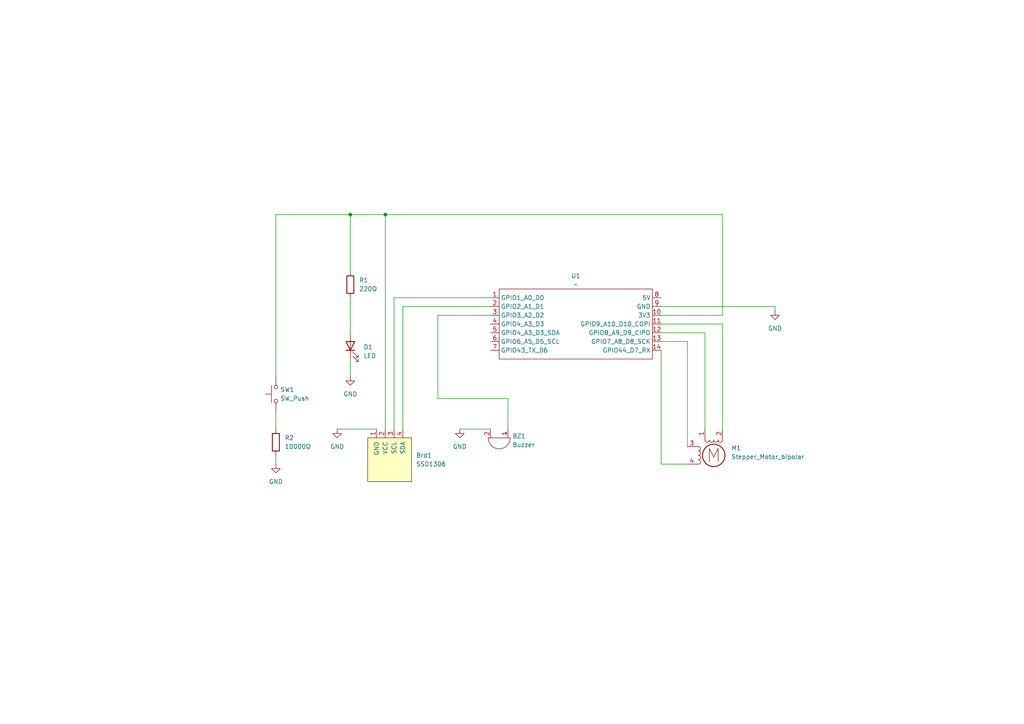
<source format=kicad_sch>
(kicad_sch (version 20231120) (generator "eeschema") (generator_version "8.0")
  (paper "A4")
  (title_block (title "SHANGMING ZHUO-Display Device") (date "2025/1/28"))
  (lib_symbols
    (symbol "Device:Buzzer" (pin_names (offset 0.0254) hide)
      (property "Reference" "BZ" (at 3.81 1.27 0))
      (property "Value" "Buzzer" (at 3.81 -1.27 0))
      (symbol "Buzzer_0_1"
        (arc (start 0 -3.175) (mid 3.1612 0) (end 0 3.175))
        (polyline (pts (xy -1.651 1.905) (xy -1.143 1.905)))
        (polyline (pts (xy -1.397 2.159) (xy -1.397 1.651)))
        (polyline (pts (xy 0 3.175) (xy 0 -3.175)))
      )
      (symbol "Buzzer_1_1"
        (pin passive line (at -2.54 2.54 0) (length 2.54) (name "+") (number "1"))
        (pin passive line (at -2.54 -2.54 0) (length 2.54) (name "-") (number "2"))
      )
    )
    (symbol "Device:LED" (pin_numbers hide) (pin_names (offset 1.016) hide)
      (property "Reference" "D" (at 0 2.54 0))
      (property "Value" "LED" (at 0 -2.54 0))
      (symbol "LED_0_1"
        (polyline (pts (xy -1.27 -1.27) (xy -1.27 1.27)) (stroke (width 0.254)))
        (polyline (pts (xy -1.27 0) (xy 1.27 0)))
        (polyline (pts (xy 1.27 -1.27) (xy 1.27 1.27) (xy -1.27 0) (xy 1.27 -1.27)) (stroke (width 0.254)))
        (polyline (pts (xy -3.048 -0.762) (xy -4.572 -2.286) (xy -3.81 -2.286) (xy -4.572 -2.286) (xy -4.572 -1.524)))
        (polyline (pts (xy -1.778 -0.762) (xy -3.302 -2.286) (xy -2.54 -2.286) (xy -3.302 -2.286) (xy -3.302 -1.524)))
      )
      (symbol "LED_1_1"
        (pin passive line (at -3.81 0 0) (length 2.54) (name "K") (number "1"))
        (pin passive line (at 3.81 0 180) (length 2.54) (name "A") (number "2"))
      )
    )
    (symbol "Device:R" (pin_numbers hide) (pin_names (offset 0))
      (property "Reference" "R" (at 2.032 0 90))
      (property "Value" "R" (at 0 0 90))
      (symbol "R_0_1"
        (rectangle (start -1.016 -2.54) (end 1.016 2.54) (stroke (width 0.254)))
      )
      (symbol "R_1_1"
        (pin passive line (at 0 3.81 270) (length 1.27) (name "~") (number "1"))
        (pin passive line (at 0 -3.81 90) (length 1.27) (name "~") (number "2"))
      )
    )
    (symbol "ESP32XIAO:XIAO_ESP32_SENSE"
      (property "Reference" "U" (at 0 0 0))
      (symbol "XIAO_ESP32_SENSE_0_1"
        (polyline (pts (xy -20.32 8.89) (xy -20.32 -11.43) (xy 24.13 -11.43) (xy 24.13 8.89) (xy -20.32 8.89)))
      )
      (symbol "XIAO_ESP32_SENSE_1_1"
        (pin bidirectional line (at -22.86 6.35 0) (length 2.54) (name "GPIO1_A0_D0") (number "1"))
        (pin bidirectional line (at 26.67 1.27 180) (length 2.54) (name "3V3") (number "10"))
        (pin bidirectional line (at 26.67 -1.27 180) (length 2.54) (name "GPIO9_A10_D10_COPI") (number "11"))
        (pin bidirectional line (at 26.67 -3.81 180) (length 2.54) (name "GPIO8_A9_D9_CIPO") (number "12"))
        (pin bidirectional line (at 26.67 -6.35 180) (length 2.54) (name "GPIO7_A8_D8_SCK") (number "13"))
        (pin bidirectional line (at 26.67 -8.89 180) (length 2.54) (name "GPIO44_D7_RX") (number "14"))
        (pin bidirectional line (at -22.86 3.81 0) (length 2.54) (name "GPIO2_A1_D1") (number "2"))
        (pin bidirectional line (at -22.86 1.27 0) (length 2.54) (name "GPIO3_A2_D2") (number "3"))
        (pin bidirectional line (at -22.86 -1.27 0) (length 2.54) (name "GPIO4_A3_D3") (number "4"))
        (pin bidirectional line (at -22.86 -3.81 0) (length 2.54) (name "GPIO4_A3_D3_SDA") (number "5"))
        (pin bidirectional line (at -22.86 -6.35 0) (length 2.54) (name "GPIO6_A5_D5_SCL") (number "6"))
        (pin bidirectional line (at -22.86 -8.89 0) (length 2.54) (name "GPIO43_TX_D6") (number "7"))
        (pin bidirectional line (at 26.67 6.35 180) (length 2.54) (name "5V") (number "8"))
        (pin bidirectional line (at 26.67 3.81 180) (length 2.54) (name "GND") (number "9"))
      )
    )
    (symbol "Motor:Stepper_Motor_bipolar" (pin_names (offset 0) hide)
      (property "Reference" "M" (at 3.81 2.54 0))
      (property "Value" "Stepper_Motor_bipolar" (at 3.81 1.27 0))
      (symbol "Stepper_Motor_bipolar_0_0"
        (polyline (pts (xy -1.27 -1.778) (xy -1.27 2.032) (xy 0 -0.508) (xy 1.27 2.032) (xy 1.27 -1.778)))
      )
      (symbol "Stepper_Motor_bipolar_0_1"
        (arc (start -4.445 -2.54) (mid -3.8127 -1.905) (end -4.445 -1.27))
        (arc (start -4.445 -1.27) (mid -3.8127 -0.635) (end -4.445 0))
        (arc (start -4.445 0) (mid -3.8127 0.635) (end -4.445 1.27))
        (arc (start -4.445 1.27) (mid -3.8127 1.905) (end -4.445 2.54))
        (arc (start -2.54 4.445) (mid -1.905 3.8127) (end -1.27 4.445))
        (arc (start -1.27 4.445) (mid -0.635 3.8127) (end 0 4.445))
        (polyline (pts (xy -5.08 -2.54) (xy -4.445 -2.54)))
        (polyline (pts (xy -5.08 2.54) (xy -4.445 2.54)))
        (polyline (pts (xy -2.54 5.08) (xy -2.54 4.445)))
        (polyline (pts (xy 2.54 5.08) (xy 2.54 4.445)))
        (circle (center 0 0) (radius 3.2512) (stroke (width 0.254)))
        (arc (start 0 4.445) (mid 0.635 3.8127) (end 1.27 4.445))
        (arc (start 1.27 4.445) (mid 1.905 3.8127) (end 2.54 4.445))
      )
      (symbol "Stepper_Motor_bipolar_1_1"
        (pin passive line (at -2.54 7.62 270) (length 2.54) (name "~") (number "1"))
        (pin passive line (at 2.54 7.62 270) (length 2.54) (name "-") (number "2"))
        (pin passive line (at -7.62 2.54 0) (length 2.54) (name "~") (number "3"))
        (pin passive line (at -7.62 -2.54 0) (length 2.54) (name "~") (number "4"))
      )
    )
    (symbol "SSD1306:SSD1306" (pin_names (offset 1.016))
      (property "Reference" "Brd" (at 0 -3.81 0))
      (property "Value" "SSD1306" (at 0 -1.27 0))
      (symbol "SSD1306_0_1"
        (rectangle (start -6.35 6.35) (end 6.35 -6.35) (fill (type background)))
      )
      (symbol "SSD1306_1_1"
        (pin input line (at -3.81 8.89 270) (length 2.54) (name "GND") (number "1"))
        (pin input line (at -1.27 8.89 270) (length 2.54) (name "VCC") (number "2"))
        (pin input line (at 1.27 8.89 270) (length 2.54) (name "SCL") (number "3"))
        (pin input line (at 3.81 8.89 270) (length 2.54) (name "SDA") (number "4"))
      )
    )
    (symbol "Switch:SW_Push" (pin_numbers hide) (pin_names (offset 1.016) hide)
      (property "Reference" "SW" (at 1.27 2.54 0))
      (property "Value" "SW_Push" (at 0 -1.524 0))
      (symbol "SW_Push_0_1"
        (circle (center -2.032 0) (radius 0.508))
        (polyline (pts (xy 0 1.27) (xy 0 3.048)))
        (polyline (pts (xy 2.54 1.27) (xy -2.54 1.27)))
        (circle (center 2.032 0) (radius 0.508))
        (pin passive line (at -5.08 0 0) (length 2.54) (name "1") (number "1"))
        (pin passive line (at 5.08 0 180) (length 2.54) (name "2") (number "2"))
      )
    )
    (symbol "power:GND" (power) (pin_numbers hide) (pin_names (offset 0) hide)
      (property "Value" "GND" (at 0 -3.81 0))
      (symbol "GND_0_1"
        (polyline (pts (xy 0 0) (xy 0 -1.27) (xy 1.27 -1.27) (xy 0 -2.54) (xy -1.27 -1.27) (xy 0 -1.27)))
      )
      (symbol "GND_1_1"
        (pin power_in line (at 0 0 270) (length 0) (name "~") (number "1"))
      )
    )
  )
  (junction (at 101.6 62.23))
  (junction (at 111.76 62.23))
  (wire (pts (xy 209.55 124.46) (xy 209.55 93.98)))
  (wire (pts (xy 191.77 99.06) (xy 199.39 99.06)))
  (wire (pts (xy 224.79 88.9) (xy 224.79 90.17)))
  (wire (pts (xy 209.55 62.23) (xy 209.55 91.44)))
  (wire (pts (xy 127 91.44) (xy 142.24 91.44)))
  (wire (pts (xy 80.01 109.22) (xy 80.01 62.23)))
  (wire (pts (xy 97.79 124.46) (xy 109.22 124.46)))
  (wire (pts (xy 116.84 88.9) (xy 142.24 88.9)))
  (wire (pts (xy 114.3 124.46) (xy 114.3 86.36)))
  (wire (pts (xy 101.6 86.36) (xy 101.6 96.52)))
  (wire (pts (xy 80.01 132.08) (xy 80.01 134.62)))
  (wire (pts (xy 147.32 115.57) (xy 127 115.57)))
  (wire (pts (xy 199.39 134.62) (xy 191.77 134.62)))
  (wire (pts (xy 191.77 96.52) (xy 204.47 96.52)))
  (wire (pts (xy 199.39 129.54) (xy 199.39 99.06)))
  (wire (pts (xy 80.01 119.38) (xy 80.01 124.46)))
  (wire (pts (xy 191.77 93.98) (xy 209.55 93.98)))
  (wire (pts (xy 111.76 62.23) (xy 111.76 124.46)))
  (wire (pts (xy 147.32 124.46) (xy 147.32 115.57)))
  (wire (pts (xy 101.6 78.74) (xy 101.6 62.23)))
  (wire (pts (xy 204.47 124.46) (xy 204.47 96.52)))
  (wire (pts (xy 191.77 101.6) (xy 191.77 134.62)))
  (wire (pts (xy 101.6 62.23) (xy 111.76 62.23)))
  (wire (pts (xy 133.35 124.46) (xy 142.24 124.46)))
  (wire (pts (xy 191.77 91.44) (xy 209.55 91.44)))
  (wire (pts (xy 101.6 104.14) (xy 101.6 109.22)))
  (wire (pts (xy 116.84 124.46) (xy 116.84 88.9)))
  (wire (pts (xy 114.3 86.36) (xy 142.24 86.36)))
  (wire (pts (xy 111.76 62.23) (xy 209.55 62.23)))
  (wire (pts (xy 191.77 88.9) (xy 224.79 88.9)))
  (wire (pts (xy 80.01 62.23) (xy 101.6 62.23)))
  (wire (pts (xy 127 115.57) (xy 127 91.44)))
  (symbol (lib_id "ESP32XIAO:XIAO_ESP32_SENSE") (at 165.1 92.71 0) (unit 1)
    (property "Reference" "U1" (at 167.005 80.01 0))
    (property "Value" "~" (at 167.005 82.55 0))
  )
  (symbol (lib_id "power:GND") (at 101.6 109.22 0) (unit 1)
    (property "Reference" "#PWR03" (effects (hide yes)))
    (property "Value" "GND" (at 101.6 114.3 0))
    (property "Description" "Power symbol creates a global label with name \"GND\" , ground" (effects (hide yes)))
  )
  (symbol (lib_id "Device:Buzzer") (at 144.78 127 270) (unit 1)
    (property "Reference" "BZ1" (at 148.59 126.485 90) (effects (justify left)))
    (property "Value" "Buzzer" (at 148.59 129.025 90) (effects (justify left)))
    (property "Description" "Buzzer, polarized" (effects (hide yes)))
  )
  (symbol (lib_id "power:GND") (at 224.79 90.17 0) (unit 1)
    (property "Reference" "#PWR05" (effects (hide yes)))
    (property "Value" "GND" (at 224.79 95.25 0))
    (property "Description" "Power symbol creates a global label with name \"GND\" , ground" (effects (hide yes)))
  )
  (symbol (lib_id "power:GND") (at 97.79 124.46 0) (unit 1)
    (property "Reference" "#PWR01" (effects (hide yes)))
    (property "Value" "GND" (at 97.79 129.54 0))
    (property "Description" "Power symbol creates a global label with name \"GND\" , ground" (effects (hide yes)))
  )
  (symbol (lib_id "power:GND") (at 133.35 124.46 0) (unit 1)
    (property "Reference" "#PWR02" (effects (hide yes)))
    (property "Value" "GND" (at 133.35 129.54 0))
    (property "Description" "Power symbol creates a global label with name \"GND\" , ground" (effects (hide yes)))
  )
  (symbol (lib_id "Device:R") (at 80.01 128.27 0) (unit 1)
    (property "Reference" "R2" (at 82.55 126.9999 0) (effects (justify left)))
    (property "Value" "10000Ω" (at 82.55 129.5399 0) (effects (justify left)))
    (property "Description" "Resistor" (effects (hide yes)))
  )
  (symbol (lib_id "power:GND") (at 80.01 134.62 0) (unit 1)
    (property "Reference" "#PWR04" (effects (hide yes)))
    (property "Value" "GND" (at 80.01 139.7 0))
    (property "Description" "Power symbol creates a global label with name \"GND\" , ground" (effects (hide yes)))
  )
  (symbol (lib_id "Device:R") (at 101.6 82.55 0) (unit 1)
    (property "Reference" "R1" (at 104.14 81.2799 0) (effects (justify left)))
    (property "Value" "220Ω" (at 104.14 83.8199 0) (effects (justify left)))
    (property "Description" "Resistor" (effects (hide yes)))
  )
  (symbol (lib_id "Switch:SW_Push") (at 80.01 114.3 90) (unit 1)
    (property "Reference" "SW1" (at 81.28 113.0299 90) (effects (justify right)))
    (property "Value" "SW_Push" (at 81.28 115.5699 90) (effects (justify right)))
    (property "Description" "Push button switch, generic, two pins" (effects (hide yes)))
  )
  (symbol (lib_id "Motor:Stepper_Motor_bipolar") (at 207.01 132.08 0) (unit 1)
    (property "Reference" "M1" (at 212.09 129.959 0) (effects (justify left)))
    (property "Value" "Stepper_Motor_bipolar" (at 212.09 132.499 0) (effects (justify left)))
    (property "Datasheet" "http://www.infineon.com/dgdl/Application-Note-TLE8110EE_driving_UniPolarStepperMotor_V1.1.pdf?fileId=db3a30431be39b97011be5d0aa0a00b0" (effects (hide yes)))
    (property "Description" "4-wire bipolar stepper motor" (effects (hide yes)))
  )
  (symbol (lib_id "SSD1306:SSD1306") (at 113.03 133.35 0) (unit 1)
    (property "Reference" "Brd1" (at 120.65 132.0799 0) (effects (justify left)))
    (property "Value" "SSD1306" (at 120.65 134.6199 0) (effects (justify left)))
    (property "Description" "SSD1306 OLED" (effects (hide yes)))
  )
  (symbol (lib_id "Device:LED") (at 101.6 100.33 90) (unit 1)
    (property "Reference" "D1" (at 105.41 100.6474 90) (effects (justify right)))
    (property "Value" "LED" (at 105.41 103.1874 90) (effects (justify right)))
    (property "Description" "Light emitting diode" (effects (hide yes)))
  )
)
</source>
